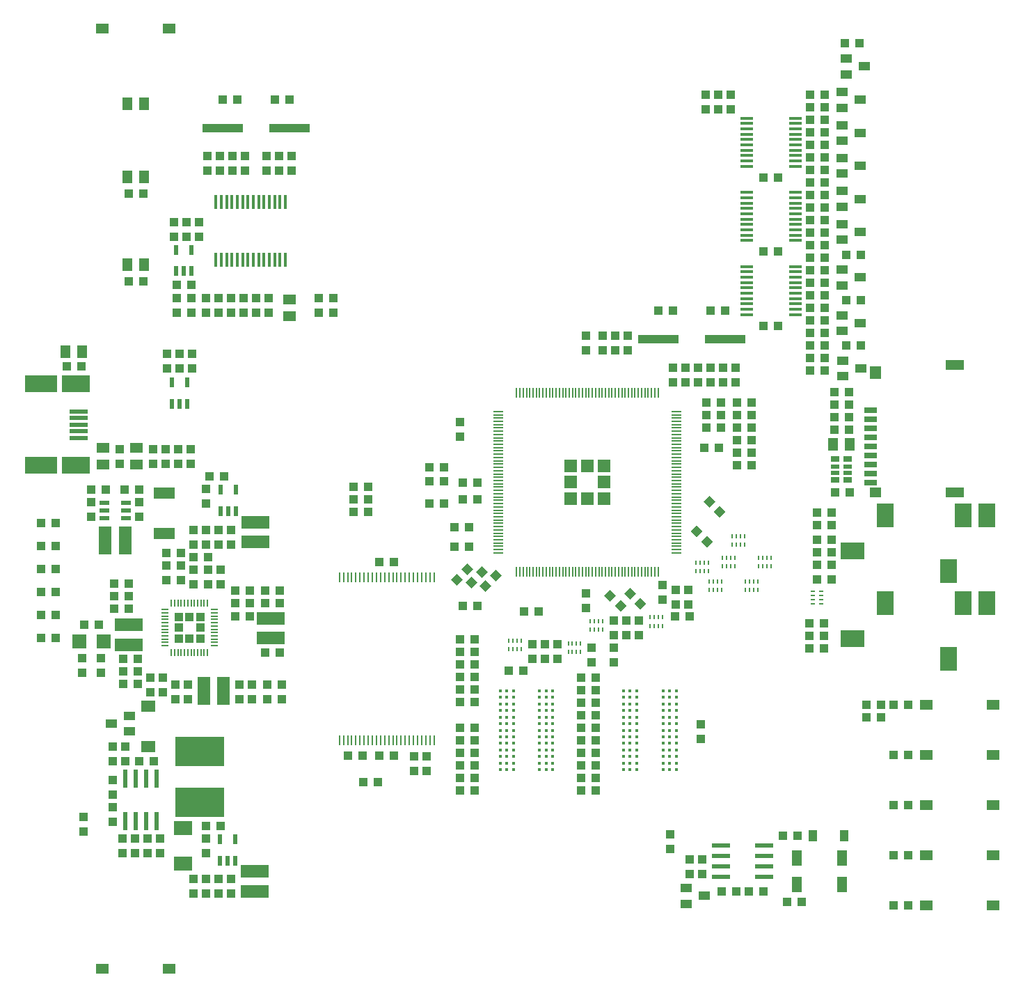
<source format=gtp>
G04 EAGLE Gerber RS-274X export*
G75*
%MOMM*%
%FSLAX34Y34*%
%LPD*%
%INTop Paste*%
%IPPOS*%
%AMOC8*
5,1,8,0,0,1.08239X$1,22.5*%
G01*
%ADD10R,1.016000X1.016000*%
%ADD11R,1.016000X1.016000*%
%ADD12R,5.000000X1.000000*%
%ADD13R,1.270000X1.524000*%
%ADD14R,1.016000X0.762000*%
%ADD15R,1.016000X0.508000*%
%ADD16R,0.600000X2.200000*%
%ADD17R,0.550000X1.200000*%
%ADD18R,6.000000X3.600000*%
%ADD19R,3.500000X1.600000*%
%ADD20R,1.000000X1.400000*%
%ADD21R,0.200000X1.300000*%
%ADD22R,1.300000X0.200000*%
%ADD23R,1.600000X1.600000*%
%ADD24R,0.250000X0.625000*%
%ADD25R,1.524000X1.270000*%
%ADD26R,2.250000X0.500000*%
%ADD27R,4.000000X2.100000*%
%ADD28R,3.500000X2.100000*%
%ADD29R,0.350000X1.750000*%
%ADD30R,2.200000X0.600000*%
%ADD31R,0.200000X0.900000*%
%ADD32R,0.900000X0.200000*%
%ADD33R,1.000000X1.000000*%
%ADD34R,1.200000X0.550000*%
%ADD35R,1.600000X3.500000*%
%ADD36R,1.651000X1.778000*%
%ADD37R,1.400000X1.000000*%
%ADD38R,1.800000X1.450000*%
%ADD39R,0.250000X1.200000*%
%ADD40R,2.286000X1.778000*%
%ADD41C,0.400000*%
%ADD42R,1.500000X0.300000*%
%ADD43R,2.000000X3.000000*%
%ADD44R,3.000000X2.000000*%
%ADD45R,0.625000X0.250000*%
%ADD46R,2.600000X1.450000*%
%ADD47R,1.600000X0.700000*%
%ADD48R,1.400000X1.200000*%
%ADD49R,1.400000X1.600000*%
%ADD50R,2.200000X1.200000*%
%ADD51R,1.300000X1.900000*%


D10*
X537972Y466598D03*
X555752Y466598D03*
X708152Y795020D03*
X708152Y777240D03*
X534416Y690118D03*
X534416Y672338D03*
X537718Y596392D03*
X555498Y596392D03*
D11*
G36*
X537389Y498963D02*
X530205Y491779D01*
X523021Y498963D01*
X530205Y506147D01*
X537389Y498963D01*
G37*
G36*
X549961Y511535D02*
X542777Y504351D01*
X535593Y511535D01*
X542777Y518719D01*
X549961Y511535D01*
G37*
G36*
X555169Y495320D02*
X547985Y488136D01*
X540801Y495320D01*
X547985Y502504D01*
X555169Y495320D01*
G37*
G36*
X567741Y507892D02*
X560557Y500708D01*
X553373Y507892D01*
X560557Y515076D01*
X567741Y507892D01*
G37*
G36*
X572310Y491133D02*
X565126Y483949D01*
X557942Y491133D01*
X565126Y498317D01*
X572310Y491133D01*
G37*
G36*
X584882Y503705D02*
X577698Y496521D01*
X570514Y503705D01*
X577698Y510889D01*
X584882Y503705D01*
G37*
D10*
X612140Y460248D03*
X629920Y460248D03*
X537718Y616712D03*
X555498Y616712D03*
X497078Y591312D03*
X514858Y591312D03*
X527558Y562864D03*
X545338Y562864D03*
X527532Y538480D03*
X545312Y538480D03*
D11*
G36*
X753808Y476640D02*
X760992Y469456D01*
X753808Y462272D01*
X746624Y469456D01*
X753808Y476640D01*
G37*
G36*
X741236Y489212D02*
X748420Y482028D01*
X741236Y474844D01*
X734052Y482028D01*
X741236Y489212D01*
G37*
D10*
X889254Y637540D03*
X871474Y637540D03*
X723392Y795020D03*
X723392Y777240D03*
X687832Y795020D03*
X687832Y777240D03*
X497078Y635000D03*
X514858Y635000D03*
X687070Y464312D03*
X687070Y482092D03*
D11*
G36*
X729424Y474100D02*
X736608Y466916D01*
X729424Y459732D01*
X722240Y466916D01*
X729424Y474100D01*
G37*
G36*
X716852Y486672D02*
X724036Y479488D01*
X716852Y472304D01*
X709668Y479488D01*
X716852Y486672D01*
G37*
D10*
X780796Y474726D03*
X780796Y492506D03*
D11*
G36*
X834834Y552078D02*
X842018Y544894D01*
X834834Y537710D01*
X827650Y544894D01*
X834834Y552078D01*
G37*
G36*
X822262Y564650D02*
X829446Y557466D01*
X822262Y550282D01*
X815078Y557466D01*
X822262Y564650D01*
G37*
D12*
X856488Y791464D03*
X775208Y791464D03*
D10*
X792988Y825754D03*
X775208Y825754D03*
X838708Y825754D03*
X856488Y825754D03*
X404622Y596138D03*
X422402Y596138D03*
D11*
G36*
X850074Y588400D02*
X857258Y581216D01*
X850074Y574032D01*
X842890Y581216D01*
X850074Y588400D01*
G37*
G36*
X837502Y600972D02*
X844686Y593788D01*
X837502Y586604D01*
X830318Y593788D01*
X837502Y600972D01*
G37*
D10*
X889254Y714248D03*
X871474Y714248D03*
X404622Y580898D03*
X422402Y580898D03*
X889254Y683768D03*
X871474Y683768D03*
X699008Y242316D03*
X681228Y242316D03*
X681228Y257556D03*
X699008Y257556D03*
X699008Y333756D03*
X681228Y333756D03*
X681228Y348996D03*
X699008Y348996D03*
X699008Y364236D03*
X681228Y364236D03*
X1007110Y711200D03*
X989330Y711200D03*
D13*
X988060Y662940D03*
X1008380Y662940D03*
D10*
X1007110Y726440D03*
X989330Y726440D03*
X24130Y539750D03*
X41910Y539750D03*
X41910Y567690D03*
X24130Y567690D03*
X863600Y1087882D03*
X863600Y1070102D03*
X848360Y1087882D03*
X848360Y1070102D03*
X833120Y1087882D03*
X833120Y1070102D03*
X681228Y379476D03*
X699008Y379476D03*
X534162Y272542D03*
X551942Y272542D03*
X551942Y318262D03*
X534162Y318262D03*
X534162Y303022D03*
X551942Y303022D03*
X534162Y287782D03*
X551942Y287782D03*
D14*
X990600Y645160D03*
X1005840Y645160D03*
D15*
X990600Y636270D03*
X1005840Y636270D03*
D14*
X1005840Y619760D03*
X990600Y619760D03*
D15*
X1005840Y628650D03*
X990600Y628650D03*
D16*
X152400Y257140D03*
X152400Y205140D03*
X165100Y257140D03*
X139700Y257140D03*
X127000Y257140D03*
X165100Y205140D03*
X139700Y205140D03*
X127000Y205140D03*
D17*
X242722Y581867D03*
X252222Y581867D03*
X261722Y581867D03*
X261722Y607869D03*
X242722Y607869D03*
D10*
X168910Y184150D03*
X168910Y166370D03*
X153670Y166370D03*
X153670Y184150D03*
X161290Y278130D03*
X143510Y278130D03*
X138430Y184150D03*
X138430Y166370D03*
X123190Y166370D03*
X123190Y184150D03*
D18*
X217170Y228080D03*
X217170Y290080D03*
D10*
X111760Y295910D03*
X111760Y278130D03*
X111760Y237490D03*
X111760Y255270D03*
X111760Y222250D03*
X111760Y204470D03*
X247396Y624078D03*
X229616Y624078D03*
D19*
X285242Y568768D03*
X285242Y544768D03*
D10*
X225552Y541528D03*
X225552Y559308D03*
X225552Y591058D03*
X225552Y608838D03*
X240792Y541528D03*
X240792Y559308D03*
X76200Y192278D03*
X76200Y210058D03*
X210312Y541528D03*
X210312Y559308D03*
X989330Y680720D03*
X1007110Y680720D03*
D20*
X963726Y187198D03*
X1001726Y187198D03*
D10*
X127000Y295910D03*
X127000Y278130D03*
X256032Y541528D03*
X256032Y559308D03*
X422402Y611378D03*
X404622Y611378D03*
X989330Y695960D03*
X1007110Y695960D03*
X24130Y427990D03*
X41910Y427990D03*
X24130Y455930D03*
X41910Y455930D03*
D21*
X603102Y725720D03*
X607102Y725720D03*
X611102Y725720D03*
X615102Y725720D03*
X619102Y725720D03*
X623102Y725720D03*
X627102Y725720D03*
X631102Y725720D03*
X635102Y725720D03*
X639102Y725720D03*
X643102Y725720D03*
X647102Y725720D03*
X651102Y725720D03*
X655102Y725720D03*
X659102Y725720D03*
X663102Y725720D03*
X667102Y725720D03*
X671102Y725720D03*
X675102Y725720D03*
X679102Y725720D03*
X683102Y725720D03*
X687102Y725720D03*
X691102Y725720D03*
X695102Y725720D03*
X699102Y725720D03*
X703102Y725720D03*
X711102Y725720D03*
X707102Y725720D03*
X715102Y725720D03*
X719102Y725720D03*
X723102Y725720D03*
X727102Y725720D03*
X731102Y725720D03*
X735102Y725720D03*
X739102Y725720D03*
X743102Y725720D03*
X747102Y725720D03*
X751102Y725720D03*
X755102Y725720D03*
X759102Y725720D03*
X763102Y725720D03*
X767102Y725720D03*
X771102Y725720D03*
X775102Y725720D03*
D22*
X797602Y531220D03*
X797602Y535220D03*
X797602Y539220D03*
X797602Y543220D03*
X797602Y547220D03*
X797602Y551220D03*
X797602Y555220D03*
X797602Y559220D03*
X797602Y563220D03*
X797602Y567220D03*
X797602Y571220D03*
X797602Y575220D03*
X797602Y579220D03*
X797602Y583220D03*
X797602Y587220D03*
X797602Y591220D03*
X797602Y595220D03*
X797602Y599220D03*
X797602Y603220D03*
X797602Y607220D03*
X797602Y611220D03*
X797602Y615220D03*
X797602Y619220D03*
X797602Y623220D03*
X797602Y627220D03*
X797602Y631220D03*
X797602Y639220D03*
X797602Y635220D03*
X797602Y643220D03*
X797602Y647220D03*
X797602Y651220D03*
X797602Y655220D03*
X797602Y659220D03*
X797602Y663220D03*
X797602Y667220D03*
X797602Y671220D03*
X797602Y675220D03*
X797602Y679220D03*
X797602Y683220D03*
X797602Y687220D03*
X797602Y691220D03*
X797602Y695220D03*
X797602Y699220D03*
X797602Y703220D03*
X580602Y531220D03*
X580602Y535220D03*
X580602Y539220D03*
X580602Y543220D03*
X580602Y547220D03*
X580602Y551220D03*
X580602Y555220D03*
X580602Y559220D03*
X580602Y563220D03*
X580602Y567220D03*
X580602Y571220D03*
X580602Y575220D03*
X580602Y579220D03*
X580602Y583220D03*
X580602Y587220D03*
X580602Y591220D03*
X580602Y595220D03*
X580602Y599220D03*
X580602Y603220D03*
X580602Y607220D03*
X580602Y611220D03*
X580602Y615220D03*
X580602Y619220D03*
X580602Y623220D03*
X580602Y627220D03*
X580602Y631220D03*
X580602Y639220D03*
X580602Y635220D03*
X580602Y643220D03*
X580602Y647220D03*
X580602Y651220D03*
X580602Y655220D03*
X580602Y659220D03*
X580602Y663220D03*
X580602Y667220D03*
X580602Y671220D03*
X580602Y675220D03*
X580602Y679220D03*
X580602Y683220D03*
X580602Y687220D03*
X580602Y691220D03*
X580602Y695220D03*
X580602Y699220D03*
X580602Y703220D03*
D21*
X603102Y508720D03*
X607102Y508720D03*
X611102Y508720D03*
X615102Y508720D03*
X619102Y508720D03*
X623102Y508720D03*
X627102Y508720D03*
X631102Y508720D03*
X635102Y508720D03*
X639102Y508720D03*
X643102Y508720D03*
X647102Y508720D03*
X651102Y508720D03*
X655102Y508720D03*
X659102Y508720D03*
X663102Y508720D03*
X667102Y508720D03*
X671102Y508720D03*
X675102Y508720D03*
X679102Y508720D03*
X683102Y508720D03*
X687102Y508720D03*
X691102Y508720D03*
X695102Y508720D03*
X699102Y508720D03*
X703102Y508720D03*
X711102Y508720D03*
X707102Y508720D03*
X715102Y508720D03*
X719102Y508720D03*
X723102Y508720D03*
X727102Y508720D03*
X731102Y508720D03*
X735102Y508720D03*
X739102Y508720D03*
X743102Y508720D03*
X747102Y508720D03*
X751102Y508720D03*
X755102Y508720D03*
X759102Y508720D03*
X763102Y508720D03*
X767102Y508720D03*
X771102Y508720D03*
X775102Y508720D03*
D23*
X669102Y597220D03*
X689102Y597220D03*
X709102Y597220D03*
X669102Y617220D03*
X709102Y617220D03*
X669102Y637220D03*
X689102Y637220D03*
X709102Y637220D03*
D10*
X926846Y187198D03*
X944626Y187198D03*
X889254Y699008D03*
X871474Y699008D03*
X869442Y756412D03*
X869442Y738632D03*
X851662Y699008D03*
X833882Y699008D03*
X851662Y683768D03*
X833882Y683768D03*
X833882Y714248D03*
X851662Y714248D03*
X738632Y795020D03*
X738632Y777240D03*
X986282Y517144D03*
X986282Y499364D03*
X968502Y499364D03*
X968502Y517144D03*
X986282Y532384D03*
X968502Y532384D03*
X968502Y547624D03*
X968502Y565404D03*
X986282Y547624D03*
X986282Y565404D03*
X986282Y580644D03*
X968502Y580644D03*
X959612Y430276D03*
X977392Y430276D03*
X959612Y415036D03*
X977392Y415036D03*
X959612Y445516D03*
X977392Y445516D03*
X849122Y658876D03*
X831342Y658876D03*
X889254Y652780D03*
X871474Y652780D03*
X889254Y668020D03*
X871474Y668020D03*
X854202Y756412D03*
X854202Y738632D03*
X808482Y756412D03*
X808482Y738632D03*
X793242Y756412D03*
X793242Y738632D03*
X838962Y756412D03*
X838962Y738632D03*
X823722Y756412D03*
X823722Y738632D03*
X699008Y288036D03*
X681228Y288036D03*
X827072Y323136D03*
X827072Y305356D03*
X699008Y318516D03*
X681228Y318516D03*
X681228Y303276D03*
X699008Y303276D03*
X694182Y398526D03*
X694182Y416306D03*
X721360Y398526D03*
X721360Y416306D03*
X699008Y272796D03*
X681228Y272796D03*
X593344Y387858D03*
X611124Y387858D03*
X534162Y242062D03*
X551942Y242062D03*
X534162Y257302D03*
X551942Y257302D03*
D24*
X608718Y424225D03*
X608718Y413975D03*
X603718Y424225D03*
X603718Y413975D03*
X593718Y413975D03*
X593718Y424225D03*
X598718Y413975D03*
X598718Y424225D03*
X707524Y448355D03*
X707524Y438105D03*
X702524Y448355D03*
X702524Y438105D03*
X692524Y438105D03*
X692524Y448355D03*
X697524Y438105D03*
X697524Y448355D03*
X680854Y420923D03*
X680854Y410673D03*
X675854Y420923D03*
X675854Y410673D03*
X665854Y410673D03*
X665854Y420923D03*
X670854Y410673D03*
X670854Y420923D03*
X780676Y452927D03*
X780676Y442677D03*
X775676Y452927D03*
X775676Y442677D03*
X765676Y442677D03*
X765676Y452927D03*
X770676Y442677D03*
X770676Y452927D03*
X836302Y519729D03*
X836302Y509479D03*
X831302Y519729D03*
X831302Y509479D03*
X821302Y509479D03*
X821302Y519729D03*
X826302Y509479D03*
X826302Y519729D03*
X852304Y496361D03*
X852304Y486111D03*
X847304Y496361D03*
X847304Y486111D03*
X837304Y486111D03*
X837304Y496361D03*
X842304Y486111D03*
X842304Y496361D03*
X868331Y525589D03*
X868331Y515339D03*
X863331Y525589D03*
X863331Y515339D03*
X853331Y515339D03*
X853331Y525589D03*
X858331Y515339D03*
X858331Y525589D03*
X880498Y551225D03*
X880498Y540975D03*
X875498Y551225D03*
X875498Y540975D03*
X865498Y540975D03*
X865498Y551225D03*
X870498Y540975D03*
X870498Y551225D03*
X896500Y496361D03*
X896500Y486111D03*
X891500Y496361D03*
X891500Y486111D03*
X881500Y486111D03*
X881500Y496361D03*
X886500Y486111D03*
X886500Y496361D03*
X912502Y525571D03*
X912502Y515321D03*
X907502Y525571D03*
X907502Y515321D03*
X897502Y515321D03*
X897502Y525571D03*
X902502Y515321D03*
X902502Y525571D03*
D10*
X813562Y453898D03*
X795782Y453898D03*
X534162Y426466D03*
X551942Y426466D03*
X534162Y411226D03*
X551942Y411226D03*
X534162Y395986D03*
X551942Y395986D03*
X551942Y350266D03*
X534162Y350266D03*
X534162Y365506D03*
X551942Y365506D03*
X534162Y380746D03*
X551942Y380746D03*
D25*
X1182370Y346710D03*
X1101090Y346710D03*
X1182370Y285750D03*
X1101090Y285750D03*
X1182370Y224790D03*
X1101090Y224790D03*
X1182370Y163830D03*
X1101090Y163830D03*
X1182370Y102870D03*
X1101090Y102870D03*
D10*
X1028700Y346710D03*
X1046480Y346710D03*
X1046480Y331470D03*
X1028700Y331470D03*
X1061720Y346710D03*
X1079500Y346710D03*
X1061720Y285750D03*
X1079500Y285750D03*
X1061720Y224790D03*
X1079500Y224790D03*
X1061720Y163830D03*
X1079500Y163830D03*
X1061720Y102870D03*
X1079500Y102870D03*
D25*
X100076Y658876D03*
X100076Y638556D03*
D10*
X177800Y755142D03*
X177800Y772922D03*
D17*
X183540Y712677D03*
X193040Y712677D03*
X202540Y712677D03*
X202540Y738679D03*
X183540Y738679D03*
D10*
X206756Y657606D03*
X206756Y639826D03*
X208280Y772922D03*
X208280Y755142D03*
D25*
X140716Y638556D03*
X140716Y658876D03*
D26*
X70240Y703070D03*
X70240Y695070D03*
X70240Y687070D03*
X70240Y679070D03*
X70240Y671070D03*
D27*
X24180Y736570D03*
X24180Y637570D03*
D28*
X66680Y736570D03*
X66680Y637570D03*
D10*
X161036Y639826D03*
X161036Y657606D03*
X176276Y657606D03*
X176276Y639826D03*
D13*
X149860Y1076960D03*
X129540Y1076960D03*
D10*
X185928Y915670D03*
X185928Y933450D03*
D17*
X188620Y873713D03*
X198120Y873713D03*
X207620Y873713D03*
X207620Y899715D03*
X188620Y899715D03*
D10*
X189230Y857250D03*
X207010Y857250D03*
X216408Y933450D03*
X216408Y915670D03*
D29*
X321650Y958032D03*
X315150Y958032D03*
X308650Y958032D03*
X302150Y958032D03*
X295650Y958032D03*
X289150Y958032D03*
X282650Y958032D03*
X276150Y958032D03*
X269650Y958032D03*
X263150Y958032D03*
X256650Y958032D03*
X250150Y958032D03*
X243650Y958032D03*
X237150Y958032D03*
X237150Y887532D03*
X243650Y887532D03*
X250150Y887532D03*
X256650Y887532D03*
X263150Y887532D03*
X269650Y887532D03*
X276150Y887532D03*
X282650Y887532D03*
X289150Y887532D03*
X295650Y887532D03*
X302150Y887532D03*
X308650Y887532D03*
X315150Y887532D03*
X321650Y887532D03*
D12*
X245364Y1048004D03*
X326644Y1048004D03*
D10*
X308864Y1082294D03*
X326644Y1082294D03*
X263144Y1082294D03*
X245364Y1082294D03*
X314198Y1013714D03*
X314198Y995934D03*
X329438Y995934D03*
X329438Y1013714D03*
X298958Y995934D03*
X298958Y1013714D03*
X272542Y995934D03*
X272542Y1013714D03*
D25*
X326390Y839470D03*
X326390Y819150D03*
D10*
X189230Y822960D03*
X189230Y840740D03*
X207010Y822960D03*
X207010Y840740D03*
X285750Y840740D03*
X285750Y822960D03*
X300990Y840740D03*
X300990Y822960D03*
X240030Y822960D03*
X240030Y840740D03*
D13*
X149860Y988060D03*
X129540Y988060D03*
D10*
X130810Y967740D03*
X148590Y967740D03*
D13*
X149860Y881380D03*
X129540Y881380D03*
D10*
X130810Y861060D03*
X148590Y861060D03*
D13*
X74676Y775716D03*
X54356Y775716D03*
D10*
X55626Y757936D03*
X73406Y757936D03*
X242062Y995934D03*
X242062Y1013714D03*
X226822Y995934D03*
X226822Y1013714D03*
X257302Y1013714D03*
X257302Y995934D03*
X361950Y822960D03*
X379730Y822960D03*
X361950Y840740D03*
X379730Y840740D03*
D30*
X903824Y150368D03*
X851824Y150368D03*
X903824Y137668D03*
X903824Y163068D03*
X903824Y175768D03*
X851824Y137668D03*
X851824Y163068D03*
X851824Y175768D03*
D10*
X903224Y119888D03*
X885444Y119888D03*
X870204Y119888D03*
X852424Y119888D03*
X829056Y158242D03*
X829056Y140462D03*
X813816Y158242D03*
X813816Y140462D03*
D31*
X182978Y410436D03*
X186978Y410436D03*
X190978Y410436D03*
X194978Y410436D03*
X198978Y410436D03*
X202978Y410436D03*
X206978Y410436D03*
X210978Y410436D03*
X214978Y410436D03*
X218978Y410436D03*
X222978Y410436D03*
X226978Y410436D03*
D32*
X234978Y418436D03*
X234978Y422436D03*
X234978Y426436D03*
X234978Y430436D03*
X234978Y434436D03*
X234978Y438436D03*
X234978Y442436D03*
X234978Y446436D03*
X234978Y450436D03*
X234978Y454436D03*
X234978Y458436D03*
X234978Y462436D03*
D31*
X226978Y470436D03*
X222978Y470436D03*
X218978Y470436D03*
X214978Y470436D03*
X210978Y470436D03*
X206978Y470436D03*
X202978Y470436D03*
X198978Y470436D03*
X194978Y470436D03*
X190978Y470436D03*
X186978Y470436D03*
X182978Y470436D03*
D32*
X174978Y462436D03*
X174978Y458436D03*
X174978Y454436D03*
X174978Y450436D03*
X174978Y446436D03*
X174978Y442436D03*
X174978Y438436D03*
X174978Y434436D03*
X174978Y430436D03*
X174978Y426436D03*
X174978Y422436D03*
X174978Y418436D03*
D33*
X191978Y440436D03*
X204978Y427436D03*
X191978Y427436D03*
X217978Y427436D03*
X217978Y440436D03*
X191978Y453436D03*
X204978Y453436D03*
X217978Y453436D03*
D34*
X127555Y573430D03*
X127555Y582930D03*
X127555Y592430D03*
X101553Y592430D03*
X101553Y582930D03*
X101553Y573430D03*
D35*
X102554Y546100D03*
X126554Y546100D03*
D10*
X125984Y608330D03*
X143764Y608330D03*
X103124Y608330D03*
X85344Y608330D03*
X143764Y593090D03*
X143764Y575310D03*
X85344Y593090D03*
X85344Y575310D03*
X113538Y493522D03*
X131318Y493522D03*
X177292Y516128D03*
X177292Y498348D03*
X141986Y402336D03*
X124206Y402336D03*
D19*
X130810Y419546D03*
X130810Y443546D03*
D36*
X100457Y423926D03*
X71247Y423926D03*
D10*
X94742Y444246D03*
X76962Y444246D03*
X97282Y403606D03*
X97282Y385826D03*
X74422Y403606D03*
X74422Y385826D03*
D35*
X222696Y363728D03*
X246696Y363728D03*
D10*
X265430Y370840D03*
X265430Y353060D03*
X280670Y370840D03*
X280670Y353060D03*
X203454Y370840D03*
X203454Y353060D03*
D19*
X303530Y427928D03*
X303530Y451928D03*
D10*
X314960Y469900D03*
X297180Y469900D03*
X314960Y485140D03*
X297180Y485140D03*
X297180Y409956D03*
X314960Y409956D03*
X228092Y493268D03*
X228092Y511048D03*
X299974Y370840D03*
X317754Y370840D03*
X131318Y463042D03*
X113538Y463042D03*
X131318Y478282D03*
X113538Y478282D03*
X243332Y511048D03*
X243332Y493268D03*
X278892Y469900D03*
X261112Y469900D03*
X278892Y485140D03*
X261112Y485140D03*
X278892Y454406D03*
X261112Y454406D03*
X195072Y516128D03*
X195072Y498348D03*
X177292Y531368D03*
X195072Y531368D03*
X210312Y511048D03*
X210312Y493268D03*
X228092Y526288D03*
X210312Y526288D03*
X124206Y371856D03*
X141986Y371856D03*
X124206Y387096D03*
X141986Y387096D03*
X188214Y353060D03*
X188214Y370840D03*
X120396Y639826D03*
X120396Y657606D03*
X172974Y379730D03*
X172974Y361950D03*
X157734Y379730D03*
X157734Y361950D03*
X497078Y618744D03*
X514858Y618744D03*
D37*
X109650Y323850D03*
X131650Y333350D03*
X131650Y314350D03*
D17*
X241960Y157179D03*
X251460Y157179D03*
X260960Y157179D03*
X260960Y183181D03*
X241960Y183181D03*
D10*
X242570Y199390D03*
X224790Y199390D03*
D19*
X284480Y144080D03*
X284480Y120080D03*
D10*
X224790Y116840D03*
X224790Y134620D03*
X224790Y166370D03*
X224790Y184150D03*
X255270Y116840D03*
X255270Y134620D03*
X209550Y116840D03*
X209550Y134620D03*
X240030Y116840D03*
X240030Y134620D03*
X24130Y483870D03*
X41910Y483870D03*
X24130Y511810D03*
X41910Y511810D03*
D38*
X154940Y344490D03*
X154940Y295590D03*
D10*
X299974Y353060D03*
X317754Y353060D03*
D39*
X387508Y303336D03*
X392508Y303336D03*
X397508Y303336D03*
X402508Y303336D03*
X407508Y303336D03*
X412508Y303336D03*
X417508Y303336D03*
X422508Y303336D03*
X427508Y303336D03*
X432508Y303336D03*
X437508Y303336D03*
X442508Y303336D03*
X447508Y303336D03*
X452508Y303336D03*
X457508Y303336D03*
X462508Y303336D03*
X467508Y303336D03*
X472508Y303336D03*
X477508Y303336D03*
X482508Y303336D03*
X487508Y303336D03*
X492508Y303336D03*
X497508Y303336D03*
X502508Y303336D03*
X502508Y501336D03*
X497508Y501336D03*
X492508Y501336D03*
X487508Y501336D03*
X482508Y501336D03*
X477508Y501336D03*
X472508Y501336D03*
X467508Y501336D03*
X462508Y501336D03*
X457508Y501336D03*
X452508Y501336D03*
X447508Y501336D03*
X442508Y501336D03*
X437508Y501336D03*
X432508Y501336D03*
X427508Y501336D03*
X422508Y501336D03*
X417508Y501336D03*
X412508Y501336D03*
X407508Y501336D03*
X402508Y501336D03*
X397508Y501336D03*
X392508Y501336D03*
X387508Y501336D03*
D40*
X196850Y153490D03*
X196850Y197030D03*
D10*
X453898Y520192D03*
X436118Y520192D03*
X453898Y284480D03*
X436118Y284480D03*
X397510Y284480D03*
X415290Y284480D03*
X493776Y266446D03*
X493776Y284226D03*
X478536Y266446D03*
X478536Y284226D03*
X255270Y840740D03*
X255270Y822960D03*
X270510Y822960D03*
X270510Y840740D03*
X224790Y822960D03*
X224790Y840740D03*
D41*
X583112Y363658D03*
X591112Y363658D03*
X599112Y363658D03*
X631112Y363658D03*
X639112Y363658D03*
X647112Y363658D03*
X583112Y355658D03*
X591112Y355658D03*
X599112Y355658D03*
X631112Y355658D03*
X639112Y355658D03*
X647112Y355658D03*
X583112Y347658D03*
X591112Y347658D03*
X599112Y347658D03*
X631112Y347658D03*
X639112Y347658D03*
X647112Y347658D03*
X583112Y339658D03*
X591112Y339658D03*
X599112Y339658D03*
X631112Y339658D03*
X639112Y339658D03*
X647112Y339658D03*
X583112Y331658D03*
X591112Y331658D03*
X599112Y331658D03*
X631112Y331658D03*
X639112Y331658D03*
X647112Y331658D03*
X583112Y323658D03*
X591112Y323658D03*
X599112Y323658D03*
X631112Y323658D03*
X639112Y323658D03*
X647112Y323658D03*
X583112Y315658D03*
X591112Y315658D03*
X599112Y315658D03*
X631112Y315658D03*
X639112Y315658D03*
X647112Y315658D03*
X583112Y307658D03*
X591112Y307658D03*
X599112Y307658D03*
X631112Y307658D03*
X639112Y307658D03*
X647112Y307658D03*
X583112Y299658D03*
X591112Y299658D03*
X599112Y299658D03*
X631112Y299658D03*
X639112Y299658D03*
X647112Y299658D03*
X583112Y291658D03*
X591112Y291658D03*
X599112Y291658D03*
X631112Y291658D03*
X639112Y291658D03*
X647112Y291658D03*
X583112Y283658D03*
X591112Y283658D03*
X599112Y283658D03*
X631112Y283658D03*
X639112Y283658D03*
X647112Y283658D03*
X583112Y275658D03*
X591112Y275658D03*
X599112Y275658D03*
X631112Y275658D03*
X639112Y275658D03*
X647112Y275658D03*
X583112Y267658D03*
X591112Y267658D03*
X599112Y267658D03*
X631112Y267658D03*
X639112Y267658D03*
X647112Y267658D03*
X733112Y363658D03*
X741112Y363658D03*
X749112Y363658D03*
X781112Y363658D03*
X789112Y363658D03*
X797112Y363658D03*
X733112Y355658D03*
X741112Y355658D03*
X749112Y355658D03*
X781112Y355658D03*
X789112Y355658D03*
X797112Y355658D03*
X733112Y347658D03*
X741112Y347658D03*
X749112Y347658D03*
X781112Y347658D03*
X789112Y347658D03*
X797112Y347658D03*
X733112Y339658D03*
X741112Y339658D03*
X749112Y339658D03*
X781112Y339658D03*
X789112Y339658D03*
X797112Y339658D03*
X733112Y331658D03*
X741112Y331658D03*
X749112Y331658D03*
X781112Y331658D03*
X789112Y331658D03*
X797112Y331658D03*
X733112Y323658D03*
X741112Y323658D03*
X749112Y323658D03*
X781112Y323658D03*
X789112Y323658D03*
X797112Y323658D03*
X733112Y315658D03*
X741112Y315658D03*
X749112Y315658D03*
X781112Y315658D03*
X789112Y315658D03*
X797112Y315658D03*
X733112Y307658D03*
X741112Y307658D03*
X749112Y307658D03*
X781112Y307658D03*
X789112Y307658D03*
X797112Y307658D03*
X733112Y299658D03*
X741112Y299658D03*
X749112Y299658D03*
X781112Y299658D03*
X789112Y299658D03*
X797112Y299658D03*
X733112Y291658D03*
X741112Y291658D03*
X749112Y291658D03*
X781112Y291658D03*
X789112Y291658D03*
X797112Y291658D03*
X733112Y283658D03*
X741112Y283658D03*
X749112Y283658D03*
X781112Y283658D03*
X789112Y283658D03*
X797112Y283658D03*
X733112Y275658D03*
X741112Y275658D03*
X749112Y275658D03*
X781112Y275658D03*
X789112Y275658D03*
X797112Y275658D03*
X733112Y267658D03*
X741112Y267658D03*
X749112Y267658D03*
X781112Y267658D03*
X789112Y267658D03*
X797112Y267658D03*
D25*
X180340Y25400D03*
X99060Y25400D03*
X99060Y1168400D03*
X180340Y1168400D03*
D10*
X903732Y807212D03*
X921512Y807212D03*
X960374Y890016D03*
X978154Y890016D03*
X960374Y905256D03*
X978154Y905256D03*
X960374Y874776D03*
X978154Y874776D03*
X960374Y859536D03*
X978154Y859536D03*
X1021842Y893826D03*
X1004062Y893826D03*
X1021842Y838454D03*
X1004062Y838454D03*
D42*
X882622Y820888D03*
X882622Y827388D03*
X882622Y833888D03*
X882622Y840388D03*
X882622Y846888D03*
X882622Y853388D03*
X882622Y859888D03*
X882622Y866388D03*
X882622Y872888D03*
X882622Y879388D03*
X942622Y879388D03*
X942622Y872888D03*
X942622Y866388D03*
X942622Y859888D03*
X942622Y853388D03*
X942622Y846888D03*
X942622Y840388D03*
X942622Y833888D03*
X942622Y827388D03*
X942622Y820888D03*
D10*
X960374Y844296D03*
X978154Y844296D03*
X960374Y829056D03*
X978154Y829056D03*
X903732Y897382D03*
X921512Y897382D03*
X960374Y981456D03*
X978154Y981456D03*
X960374Y996696D03*
X978154Y996696D03*
X960374Y966216D03*
X978154Y966216D03*
X960374Y950976D03*
X978154Y950976D03*
D42*
X882622Y911058D03*
X882622Y917558D03*
X882622Y924058D03*
X882622Y930558D03*
X882622Y937058D03*
X882622Y943558D03*
X882622Y950058D03*
X882622Y956558D03*
X882622Y963058D03*
X882622Y969558D03*
X942622Y969558D03*
X942622Y963058D03*
X942622Y956558D03*
X942622Y950058D03*
X942622Y943558D03*
X942622Y937058D03*
X942622Y930558D03*
X942622Y924058D03*
X942622Y917558D03*
X942622Y911058D03*
D10*
X960374Y935736D03*
X978154Y935736D03*
X960374Y920496D03*
X978154Y920496D03*
X903732Y987552D03*
X921512Y987552D03*
X960374Y1072896D03*
X978154Y1072896D03*
X960374Y1088136D03*
X978154Y1088136D03*
X960374Y1057656D03*
X978154Y1057656D03*
X960374Y1042416D03*
X978154Y1042416D03*
D42*
X882622Y1001228D03*
X882622Y1007728D03*
X882622Y1014228D03*
X882622Y1020728D03*
X882622Y1027228D03*
X882622Y1033728D03*
X882622Y1040228D03*
X882622Y1046728D03*
X882622Y1053228D03*
X882622Y1059728D03*
X942622Y1059728D03*
X942622Y1053228D03*
X942622Y1046728D03*
X942622Y1040228D03*
X942622Y1033728D03*
X942622Y1027228D03*
X942622Y1020728D03*
X942622Y1014228D03*
X942622Y1007728D03*
X942622Y1001228D03*
D10*
X960374Y1027176D03*
X978154Y1027176D03*
X960374Y1011936D03*
X978154Y1011936D03*
D37*
X1020904Y810768D03*
X998904Y801268D03*
X998904Y820268D03*
X1020904Y866140D03*
X998904Y856640D03*
X998904Y875640D03*
X1020904Y1082040D03*
X998904Y1072540D03*
X998904Y1091540D03*
X1020904Y1041908D03*
X998904Y1032408D03*
X998904Y1051408D03*
X1020904Y1001776D03*
X998904Y992276D03*
X998904Y1011276D03*
X1020904Y961644D03*
X998904Y952144D03*
X998904Y971144D03*
X1020904Y921512D03*
X998904Y912012D03*
X998904Y931012D03*
D10*
X978154Y783336D03*
X960374Y783336D03*
X978154Y752856D03*
X960374Y752856D03*
D43*
X1175340Y576500D03*
X1146340Y576500D03*
X1051340Y576500D03*
X1128340Y509500D03*
D44*
X1011340Y533500D03*
D43*
X1175340Y469820D03*
X1146340Y469820D03*
X1051340Y469820D03*
X1128340Y402820D03*
D44*
X1011340Y426820D03*
D45*
X973627Y469766D03*
X963377Y469766D03*
X973627Y474766D03*
X963377Y474766D03*
X963377Y484766D03*
X973627Y484766D03*
X963377Y479766D03*
X973627Y479766D03*
D46*
X174244Y603570D03*
X174244Y554670D03*
D10*
X797052Y468884D03*
X797052Y486664D03*
X812292Y468884D03*
X812292Y486664D03*
X736600Y431546D03*
X736600Y449326D03*
X752094Y431546D03*
X752094Y449326D03*
X721360Y431546D03*
X721360Y449326D03*
X622046Y402844D03*
X622046Y420624D03*
X637286Y402844D03*
X637286Y420624D03*
X652526Y402844D03*
X652526Y420624D03*
X201168Y933450D03*
X201168Y915670D03*
X193040Y755142D03*
X193040Y772922D03*
X191516Y639826D03*
X191516Y657606D03*
X1008380Y604520D03*
X990600Y604520D03*
X434594Y252984D03*
X416814Y252984D03*
X960374Y798576D03*
X978154Y798576D03*
X960374Y813816D03*
X978154Y813816D03*
D37*
X1021920Y755396D03*
X999920Y745896D03*
X999920Y764896D03*
D10*
X960374Y768096D03*
X978154Y768096D03*
X1021842Y783082D03*
X1004062Y783082D03*
D37*
X831674Y114300D03*
X809674Y104800D03*
X809674Y123800D03*
X1025730Y1122680D03*
X1003730Y1113180D03*
X1003730Y1132180D03*
D10*
X1002030Y1150620D03*
X1019810Y1150620D03*
D47*
X1033800Y627592D03*
X1033800Y638592D03*
X1033800Y649592D03*
X1033800Y660592D03*
X1033800Y671592D03*
X1033800Y682592D03*
X1033800Y693592D03*
X1033800Y704592D03*
D48*
X1040050Y604592D03*
D49*
X1040050Y750592D03*
D50*
X1136050Y604592D03*
X1136050Y759592D03*
D47*
X1033800Y616592D03*
D51*
X944050Y128018D03*
X999050Y128018D03*
X999050Y160018D03*
X944050Y160018D03*
D10*
X789940Y189230D03*
X789940Y171450D03*
X949960Y106680D03*
X932180Y106680D03*
M02*

</source>
